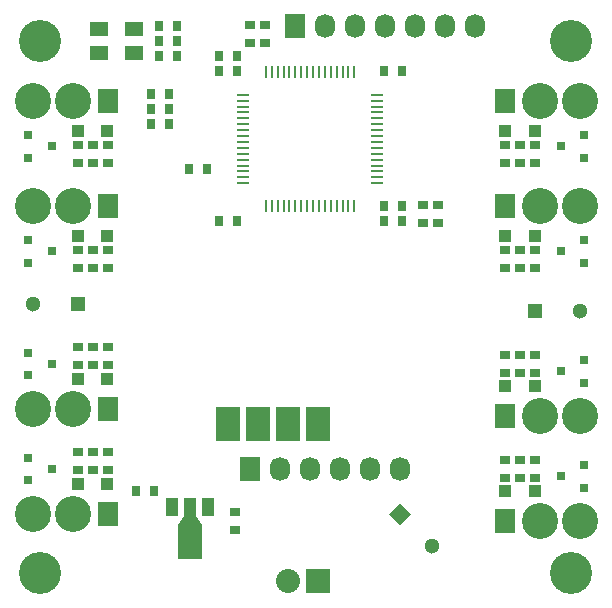
<source format=gts>
G04 #@! TF.FileFunction,Soldermask,Top*
%FSLAX46Y46*%
G04 Gerber Fmt 4.6, Leading zero omitted, Abs format (unit mm)*
G04 Created by KiCad (PCBNEW 4.0.2-stable) date Friday, March 18, 2016 'pmt' 12:09:26 pm*
%MOMM*%
G01*
G04 APERTURE LIST*
%ADD10C,0.100000*%
%ADD11R,1.000000X0.250000*%
%ADD12R,0.250000X1.000000*%
%ADD13R,1.727200X2.032000*%
%ADD14O,1.727200X2.032000*%
%ADD15R,2.000000X3.000000*%
%ADD16R,2.032000X2.032000*%
%ADD17O,2.032000X2.032000*%
%ADD18R,0.635000X0.889000*%
%ADD19R,0.889000X0.635000*%
%ADD20R,1.500000X1.200000*%
%ADD21C,3.556000*%
%ADD22R,1.000000X1.000000*%
%ADD23R,0.800100X0.800100*%
%ADD24R,1.000760X1.501140*%
%ADD25R,1.998980X2.999740*%
%ADD26C,1.300000*%
%ADD27R,1.300000X1.300000*%
%ADD28C,3.048000*%
G04 APERTURE END LIST*
D10*
D11*
X68200000Y-42775000D03*
X68200000Y-43275000D03*
X68200000Y-43775000D03*
X68200000Y-44275000D03*
X68200000Y-44775000D03*
X68200000Y-45275000D03*
X68200000Y-45775000D03*
X68200000Y-46275000D03*
X68200000Y-46775000D03*
X68200000Y-47275000D03*
X68200000Y-47775000D03*
X68200000Y-48275000D03*
X68200000Y-48775000D03*
X68200000Y-49275000D03*
X68200000Y-49775000D03*
X68200000Y-50275000D03*
D12*
X70150000Y-52225000D03*
X70650000Y-52225000D03*
X71150000Y-52225000D03*
X71650000Y-52225000D03*
X72150000Y-52225000D03*
X72650000Y-52225000D03*
X73150000Y-52225000D03*
X73650000Y-52225000D03*
X74150000Y-52225000D03*
X74650000Y-52225000D03*
X75150000Y-52225000D03*
X75650000Y-52225000D03*
X76150000Y-52225000D03*
X76650000Y-52225000D03*
X77150000Y-52225000D03*
X77650000Y-52225000D03*
D11*
X79600000Y-50275000D03*
X79600000Y-49775000D03*
X79600000Y-49275000D03*
X79600000Y-48775000D03*
X79600000Y-48275000D03*
X79600000Y-47775000D03*
X79600000Y-47275000D03*
X79600000Y-46775000D03*
X79600000Y-46275000D03*
X79600000Y-45775000D03*
X79600000Y-45275000D03*
X79600000Y-44775000D03*
X79600000Y-44275000D03*
X79600000Y-43775000D03*
X79600000Y-43275000D03*
X79600000Y-42775000D03*
D12*
X77650000Y-40825000D03*
X77150000Y-40825000D03*
X76650000Y-40825000D03*
X76150000Y-40825000D03*
X75650000Y-40825000D03*
X75150000Y-40825000D03*
X74650000Y-40825000D03*
X74150000Y-40825000D03*
X73650000Y-40825000D03*
X73150000Y-40825000D03*
X72650000Y-40825000D03*
X72150000Y-40825000D03*
X71650000Y-40825000D03*
X71150000Y-40825000D03*
X70650000Y-40825000D03*
X70150000Y-40825000D03*
D13*
X72630000Y-37000000D03*
D14*
X75170000Y-37000000D03*
X77710000Y-37000000D03*
X80250000Y-37000000D03*
X82790000Y-37000000D03*
X85330000Y-37000000D03*
X87870000Y-37000000D03*
D15*
X66915000Y-70655000D03*
X69455000Y-70655000D03*
X71995000Y-70655000D03*
X74535000Y-70655000D03*
D16*
X74535000Y-83990000D03*
D17*
X71995000Y-83990000D03*
D13*
X68820000Y-74465000D03*
D14*
X71360000Y-74465000D03*
X73900000Y-74465000D03*
X76440000Y-74465000D03*
X78980000Y-74465000D03*
X81520000Y-74465000D03*
D18*
X66153000Y-39540000D03*
X67677000Y-39540000D03*
X66153000Y-53510000D03*
X67677000Y-53510000D03*
X81647000Y-40810000D03*
X80123000Y-40810000D03*
X66153000Y-40810000D03*
X67677000Y-40810000D03*
X63613000Y-49065000D03*
X65137000Y-49065000D03*
X60438000Y-43985000D03*
X61962000Y-43985000D03*
X61962000Y-45255000D03*
X60438000Y-45255000D03*
X61962000Y-42715000D03*
X60438000Y-42715000D03*
D19*
X83425000Y-53637000D03*
X83425000Y-52113000D03*
X84695000Y-53637000D03*
X84695000Y-52113000D03*
D18*
X61073000Y-37000000D03*
X62597000Y-37000000D03*
D20*
X59000000Y-39230000D03*
X59000000Y-37230000D03*
X56000000Y-37230000D03*
X56000000Y-39230000D03*
D18*
X61073000Y-38270000D03*
X62597000Y-38270000D03*
X61073000Y-39540000D03*
X62597000Y-39540000D03*
D21*
X51000000Y-38230000D03*
X96000000Y-38230000D03*
X96000000Y-83230000D03*
X51000000Y-83230000D03*
D22*
X56735000Y-45890000D03*
X54235000Y-45890000D03*
X90430000Y-45890000D03*
X92930000Y-45890000D03*
X90430000Y-76370000D03*
X92930000Y-76370000D03*
X56735000Y-75735000D03*
X54235000Y-75735000D03*
X56735000Y-54780000D03*
X54235000Y-54780000D03*
X90430000Y-54780000D03*
X92930000Y-54780000D03*
X90430000Y-67480000D03*
X92930000Y-67480000D03*
X56735000Y-66845000D03*
X54235000Y-66845000D03*
D23*
X50039240Y-46210000D03*
X50039240Y-48110000D03*
X52038220Y-47160000D03*
X97125760Y-48110000D03*
X97125760Y-46210000D03*
X95126780Y-47160000D03*
X97125760Y-76050000D03*
X97125760Y-74150000D03*
X95126780Y-75100000D03*
X50039240Y-73515000D03*
X50039240Y-75415000D03*
X52038220Y-74465000D03*
X50039240Y-55100000D03*
X50039240Y-57000000D03*
X52038220Y-56050000D03*
X97125760Y-57000000D03*
X97125760Y-55100000D03*
X95126780Y-56050000D03*
X97125760Y-67160000D03*
X97125760Y-65260000D03*
X95126780Y-66210000D03*
X50039240Y-64625000D03*
X50039240Y-66525000D03*
X52038220Y-65575000D03*
D19*
X56755000Y-47033000D03*
X56755000Y-48557000D03*
X90410000Y-47033000D03*
X90410000Y-48557000D03*
X54215000Y-47033000D03*
X54215000Y-48557000D03*
X55485000Y-48557000D03*
X55485000Y-47033000D03*
X91680000Y-48557000D03*
X91680000Y-47033000D03*
X92950000Y-47033000D03*
X92950000Y-48557000D03*
X90410000Y-75227000D03*
X90410000Y-73703000D03*
X56755000Y-74592000D03*
X56755000Y-73068000D03*
X91680000Y-73703000D03*
X91680000Y-75227000D03*
X92950000Y-75227000D03*
X92950000Y-73703000D03*
X55485000Y-73068000D03*
X55485000Y-74592000D03*
X54215000Y-74592000D03*
X54215000Y-73068000D03*
X56755000Y-55923000D03*
X56755000Y-57447000D03*
X90410000Y-55923000D03*
X90410000Y-57447000D03*
X55485000Y-57447000D03*
X55485000Y-55923000D03*
X54215000Y-55923000D03*
X54215000Y-57447000D03*
X91680000Y-57447000D03*
X91680000Y-55923000D03*
X92950000Y-55923000D03*
X92950000Y-57447000D03*
X90410000Y-66337000D03*
X90410000Y-64813000D03*
X56755000Y-65702000D03*
X56755000Y-64178000D03*
X91680000Y-64813000D03*
X91680000Y-66337000D03*
X92950000Y-66337000D03*
X92950000Y-64813000D03*
X55485000Y-64178000D03*
X55485000Y-65702000D03*
X54215000Y-65702000D03*
X54215000Y-64178000D03*
D18*
X81647000Y-52240000D03*
X80123000Y-52240000D03*
X80123000Y-53510000D03*
X81647000Y-53510000D03*
D24*
X65241140Y-77693340D03*
X63740000Y-77693340D03*
X62238860Y-77693340D03*
D25*
X63740000Y-80644820D03*
D10*
G36*
X62739240Y-79170350D02*
X63239620Y-78421050D01*
X64240380Y-78421050D01*
X64740760Y-79170350D01*
X62739240Y-79170350D01*
X62739240Y-79170350D01*
G37*
D19*
X67550000Y-79672000D03*
X67550000Y-78148000D03*
D18*
X60692000Y-76370000D03*
X59168000Y-76370000D03*
D10*
G36*
X80600761Y-78275000D02*
X81520000Y-77355761D01*
X82439239Y-78275000D01*
X81520000Y-79194239D01*
X80600761Y-78275000D01*
X80600761Y-78275000D01*
G37*
D26*
X84207006Y-80962006D03*
D27*
X54215000Y-60495000D03*
D26*
X50415000Y-60495000D03*
D27*
X92950000Y-61130000D03*
D26*
X96750000Y-61130000D03*
D19*
X68820000Y-38397000D03*
X68820000Y-36873000D03*
X70090000Y-38397000D03*
X70090000Y-36873000D03*
D13*
X56755000Y-52240000D03*
D28*
X53834000Y-52240000D03*
X50405000Y-52240000D03*
D13*
X56755000Y-43350000D03*
D28*
X53834000Y-43350000D03*
X50405000Y-43350000D03*
D13*
X56755000Y-69385000D03*
D28*
X53834000Y-69385000D03*
X50405000Y-69385000D03*
D13*
X56755000Y-78275000D03*
D28*
X53834000Y-78275000D03*
X50405000Y-78275000D03*
D13*
X90410000Y-78910000D03*
D28*
X93331000Y-78910000D03*
X96760000Y-78910000D03*
D13*
X90410000Y-70020000D03*
D28*
X93331000Y-70020000D03*
X96760000Y-70020000D03*
D13*
X90410000Y-52240000D03*
D28*
X93331000Y-52240000D03*
X96760000Y-52240000D03*
D13*
X90410000Y-43350000D03*
D28*
X93331000Y-43350000D03*
X96760000Y-43350000D03*
M02*

</source>
